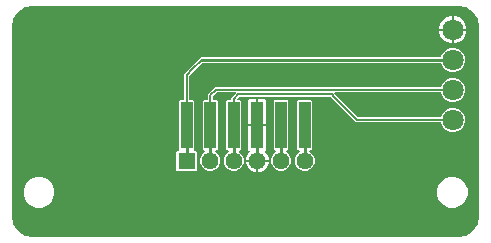
<source format=gbl>
G04 EAGLE Gerber RS-274X export*
G75*
%MOMM*%
%FSLAX34Y34*%
%LPD*%
%INBottom Copper*%
%IPPOS*%
%AMOC8*
5,1,8,0,0,1.08239X$1,22.5*%
G01*
G04 Define Apertures*
%ADD10R,1.440000X1.440000*%
%ADD11C,1.440000*%
%ADD12R,1.000000X4.000000*%
%ADD13C,1.800000*%
%ADD14C,0.254000*%
%ADD15C,0.152400*%
G36*
X180149Y-197985D02*
X180000Y-198000D01*
X-180000Y-198000D01*
X-180149Y-197985D01*
X-186745Y-196673D01*
X-187020Y-196559D01*
X-192612Y-192823D01*
X-192823Y-192612D01*
X-196559Y-187020D01*
X-196673Y-186745D01*
X-197985Y-180149D01*
X-198000Y-180000D01*
X-198000Y-20000D01*
X-197985Y-19851D01*
X-196673Y-13255D01*
X-196559Y-12980D01*
X-192823Y-7388D01*
X-192612Y-7177D01*
X-187020Y-3441D01*
X-186745Y-3327D01*
X-180149Y-2015D01*
X-180000Y-2000D01*
X180000Y-2000D01*
X180149Y-2015D01*
X186745Y-3327D01*
X187020Y-3441D01*
X192612Y-7177D01*
X192823Y-7388D01*
X196559Y-12980D01*
X196673Y-13255D01*
X197985Y-19851D01*
X198000Y-20000D01*
X198000Y-180000D01*
X197985Y-180149D01*
X196673Y-186745D01*
X196559Y-187020D01*
X192823Y-192612D01*
X192612Y-192823D01*
X187020Y-196559D01*
X186745Y-196673D01*
X180149Y-197985D01*
G37*
%LPC*%
G36*
X163960Y-21638D02*
X174738Y-21638D01*
X174738Y-10860D01*
X173205Y-10860D01*
X168963Y-12617D01*
X165717Y-15863D01*
X163960Y-20105D01*
X163960Y-21638D01*
G37*
G36*
X176262Y-21638D02*
X187040Y-21638D01*
X187040Y-20105D01*
X185283Y-15863D01*
X182037Y-12617D01*
X177795Y-10860D01*
X176262Y-10860D01*
X176262Y-21638D01*
G37*
G36*
X176262Y-33940D02*
X177795Y-33940D01*
X182037Y-32183D01*
X185283Y-28937D01*
X187040Y-24695D01*
X187040Y-23162D01*
X176262Y-23162D01*
X176262Y-33940D01*
G37*
G36*
X173205Y-33940D02*
X174738Y-33940D01*
X174738Y-23162D01*
X163960Y-23162D01*
X163960Y-24695D01*
X165717Y-28937D01*
X168963Y-32183D01*
X173205Y-33940D01*
G37*
G36*
X-57726Y-141770D02*
X-42274Y-141770D01*
X-41530Y-141026D01*
X-41530Y-125574D01*
X-42274Y-124830D01*
X-42968Y-124830D01*
X-43243Y-124779D01*
X-43498Y-124615D01*
X-43670Y-124365D01*
X-43730Y-124068D01*
X-43730Y-82774D01*
X-44474Y-82030D01*
X-47206Y-82030D01*
X-47481Y-81979D01*
X-47736Y-81815D01*
X-47908Y-81565D01*
X-47968Y-81268D01*
X-47968Y-62157D01*
X-47912Y-61871D01*
X-47745Y-61619D01*
X-36690Y-50563D01*
X-36448Y-50400D01*
X-36151Y-50340D01*
X164927Y-50340D01*
X165207Y-50393D01*
X165461Y-50559D01*
X165631Y-50810D01*
X166794Y-53618D01*
X169683Y-56506D01*
X173457Y-58070D01*
X177543Y-58070D01*
X181318Y-56506D01*
X184206Y-53618D01*
X185770Y-49843D01*
X185770Y-45757D01*
X184206Y-41983D01*
X181318Y-39094D01*
X177543Y-37530D01*
X173457Y-37530D01*
X169683Y-39094D01*
X166794Y-41983D01*
X165631Y-44790D01*
X165474Y-45028D01*
X165224Y-45200D01*
X164927Y-45260D01*
X-37852Y-45260D01*
X-39340Y-46748D01*
X-39340Y-47151D01*
X-39396Y-47437D01*
X-39563Y-47690D01*
X-52032Y-60158D01*
X-52032Y-81268D01*
X-52083Y-81543D01*
X-52247Y-81798D01*
X-52497Y-81970D01*
X-52794Y-82030D01*
X-55526Y-82030D01*
X-56270Y-82774D01*
X-56270Y-124068D01*
X-56321Y-124343D01*
X-56485Y-124598D01*
X-56735Y-124770D01*
X-57032Y-124830D01*
X-57726Y-124830D01*
X-58470Y-125574D01*
X-58470Y-141026D01*
X-57726Y-141770D01*
G37*
G36*
X-31685Y-141770D02*
X-28315Y-141770D01*
X-25202Y-140481D01*
X-22820Y-138098D01*
X-21530Y-134985D01*
X-21530Y-131615D01*
X-22820Y-128502D01*
X-25202Y-126120D01*
X-25404Y-126036D01*
X-25625Y-125896D01*
X-25804Y-125651D01*
X-25874Y-125356D01*
X-25823Y-125057D01*
X-25659Y-124802D01*
X-25409Y-124630D01*
X-25112Y-124570D01*
X-24474Y-124570D01*
X-23730Y-123826D01*
X-23730Y-82774D01*
X-24474Y-82030D01*
X-27206Y-82030D01*
X-27481Y-81979D01*
X-27736Y-81815D01*
X-27908Y-81565D01*
X-27968Y-81268D01*
X-27968Y-79157D01*
X-27912Y-78871D01*
X-27745Y-78619D01*
X-24582Y-75455D01*
X-24340Y-75292D01*
X-24043Y-75232D01*
X-8945Y-75232D01*
X-8682Y-75279D01*
X-8424Y-75438D01*
X-8249Y-75686D01*
X-8183Y-75982D01*
X-8239Y-76280D01*
X-8407Y-76533D01*
X-12032Y-80158D01*
X-12032Y-81268D01*
X-12083Y-81543D01*
X-12247Y-81798D01*
X-12497Y-81970D01*
X-12794Y-82030D01*
X-15526Y-82030D01*
X-16270Y-82774D01*
X-16270Y-123826D01*
X-15526Y-124570D01*
X-14888Y-124570D01*
X-14630Y-124615D01*
X-14371Y-124772D01*
X-14194Y-125018D01*
X-14126Y-125314D01*
X-14179Y-125612D01*
X-14345Y-125867D01*
X-14596Y-126036D01*
X-14798Y-126120D01*
X-17181Y-128502D01*
X-18470Y-131615D01*
X-18470Y-134985D01*
X-17181Y-138098D01*
X-14798Y-140481D01*
X-11685Y-141770D01*
X-8315Y-141770D01*
X-5202Y-140481D01*
X-2820Y-138098D01*
X-1530Y-134985D01*
X-1530Y-131615D01*
X-2820Y-128502D01*
X-5202Y-126120D01*
X-5404Y-126036D01*
X-5625Y-125896D01*
X-5804Y-125651D01*
X-5874Y-125356D01*
X-5823Y-125057D01*
X-5659Y-124802D01*
X-5409Y-124630D01*
X-5112Y-124570D01*
X-4474Y-124570D01*
X-3730Y-123826D01*
X-3730Y-82774D01*
X-4474Y-82030D01*
X-6317Y-82030D01*
X-6580Y-81983D01*
X-6838Y-81824D01*
X-7014Y-81576D01*
X-7079Y-81280D01*
X-7023Y-80982D01*
X-6856Y-80729D01*
X-5382Y-79255D01*
X-5140Y-79092D01*
X-4843Y-79032D01*
X71843Y-79032D01*
X72129Y-79088D01*
X72382Y-79255D01*
X93758Y-100632D01*
X164716Y-100632D01*
X164997Y-100685D01*
X165251Y-100851D01*
X165420Y-101102D01*
X166794Y-104418D01*
X169683Y-107306D01*
X173457Y-108870D01*
X177543Y-108870D01*
X181318Y-107306D01*
X184206Y-104418D01*
X185770Y-100643D01*
X185770Y-96557D01*
X184206Y-92783D01*
X181318Y-89894D01*
X177543Y-88330D01*
X173457Y-88330D01*
X169683Y-89894D01*
X166794Y-92783D01*
X165420Y-96098D01*
X165264Y-96336D01*
X165014Y-96508D01*
X164716Y-96568D01*
X95757Y-96568D01*
X95471Y-96512D01*
X95219Y-96345D01*
X75407Y-76533D01*
X75254Y-76313D01*
X75184Y-76018D01*
X75235Y-75719D01*
X75398Y-75464D01*
X75648Y-75292D01*
X75945Y-75232D01*
X164716Y-75232D01*
X164997Y-75285D01*
X165251Y-75451D01*
X165420Y-75702D01*
X166794Y-79018D01*
X169683Y-81906D01*
X173457Y-83470D01*
X177543Y-83470D01*
X181318Y-81906D01*
X184206Y-79018D01*
X185770Y-75243D01*
X185770Y-71157D01*
X184206Y-67383D01*
X181318Y-64494D01*
X177543Y-62930D01*
X173457Y-62930D01*
X169683Y-64494D01*
X166794Y-67383D01*
X165420Y-70698D01*
X165264Y-70936D01*
X165014Y-71108D01*
X164716Y-71168D01*
X-26042Y-71168D01*
X-32032Y-77158D01*
X-32032Y-81268D01*
X-32083Y-81543D01*
X-32247Y-81798D01*
X-32497Y-81970D01*
X-32794Y-82030D01*
X-35526Y-82030D01*
X-36270Y-82774D01*
X-36270Y-123826D01*
X-35526Y-124570D01*
X-34888Y-124570D01*
X-34630Y-124615D01*
X-34371Y-124772D01*
X-34194Y-125018D01*
X-34126Y-125314D01*
X-34179Y-125612D01*
X-34345Y-125867D01*
X-34596Y-126036D01*
X-34798Y-126120D01*
X-37181Y-128502D01*
X-38470Y-131615D01*
X-38470Y-134985D01*
X-37181Y-138098D01*
X-34798Y-140481D01*
X-31685Y-141770D01*
G37*
G36*
X2460Y-102538D02*
X9238Y-102538D01*
X9238Y-80760D01*
X3948Y-80760D01*
X2460Y-82248D01*
X2460Y-102538D01*
G37*
G36*
X10762Y-102538D02*
X17540Y-102538D01*
X17540Y-82248D01*
X16052Y-80760D01*
X10762Y-80760D01*
X10762Y-102538D01*
G37*
G36*
X48315Y-141770D02*
X51685Y-141770D01*
X54798Y-140481D01*
X57181Y-138098D01*
X58470Y-134985D01*
X58470Y-131615D01*
X57181Y-128502D01*
X54798Y-126120D01*
X54596Y-126036D01*
X54375Y-125896D01*
X54196Y-125651D01*
X54126Y-125356D01*
X54177Y-125057D01*
X54341Y-124802D01*
X54591Y-124630D01*
X54888Y-124570D01*
X55526Y-124570D01*
X56270Y-123826D01*
X56270Y-82774D01*
X55526Y-82030D01*
X44474Y-82030D01*
X43730Y-82774D01*
X43730Y-123826D01*
X44474Y-124570D01*
X45112Y-124570D01*
X45370Y-124615D01*
X45629Y-124772D01*
X45806Y-125018D01*
X45874Y-125314D01*
X45821Y-125612D01*
X45655Y-125867D01*
X45404Y-126036D01*
X45202Y-126120D01*
X42820Y-128502D01*
X41530Y-131615D01*
X41530Y-134985D01*
X42820Y-138098D01*
X45202Y-140481D01*
X48315Y-141770D01*
G37*
G36*
X28315Y-141770D02*
X31685Y-141770D01*
X34798Y-140481D01*
X37181Y-138098D01*
X38470Y-134985D01*
X38470Y-131615D01*
X37181Y-128502D01*
X34798Y-126120D01*
X34596Y-126036D01*
X34375Y-125896D01*
X34196Y-125651D01*
X34126Y-125356D01*
X34177Y-125057D01*
X34341Y-124802D01*
X34591Y-124630D01*
X34888Y-124570D01*
X35526Y-124570D01*
X36270Y-123826D01*
X36270Y-82774D01*
X35526Y-82030D01*
X24474Y-82030D01*
X23730Y-82774D01*
X23730Y-123826D01*
X24474Y-124570D01*
X25112Y-124570D01*
X25370Y-124615D01*
X25629Y-124772D01*
X25806Y-125018D01*
X25874Y-125314D01*
X25821Y-125612D01*
X25655Y-125867D01*
X25404Y-126036D01*
X25202Y-126120D01*
X22820Y-128502D01*
X21530Y-131615D01*
X21530Y-134985D01*
X22820Y-138098D01*
X25202Y-140481D01*
X28315Y-141770D01*
G37*
G36*
X260Y-132538D02*
X19740Y-132538D01*
X19740Y-131363D01*
X18257Y-127783D01*
X16722Y-126248D01*
X16564Y-126017D01*
X16499Y-125721D01*
X16555Y-125423D01*
X16722Y-125170D01*
X17540Y-124352D01*
X17540Y-104062D01*
X2460Y-104062D01*
X2460Y-124352D01*
X3278Y-125170D01*
X3436Y-125401D01*
X3501Y-125697D01*
X3445Y-125995D01*
X3278Y-126248D01*
X1743Y-127783D01*
X260Y-131363D01*
X260Y-132538D01*
G37*
G36*
X10762Y-143040D02*
X11937Y-143040D01*
X15517Y-141557D01*
X18257Y-138817D01*
X19740Y-135237D01*
X19740Y-134062D01*
X10762Y-134062D01*
X10762Y-143040D01*
G37*
G36*
X8063Y-143040D02*
X9238Y-143040D01*
X9238Y-134062D01*
X260Y-134062D01*
X260Y-135237D01*
X1743Y-138817D01*
X4483Y-141557D01*
X8063Y-143040D01*
G37*
G36*
X172414Y-173000D02*
X177586Y-173000D01*
X182364Y-171021D01*
X186021Y-167364D01*
X188000Y-162586D01*
X188000Y-157414D01*
X186021Y-152636D01*
X182364Y-148979D01*
X177586Y-147000D01*
X172414Y-147000D01*
X167636Y-148979D01*
X163979Y-152636D01*
X162000Y-157414D01*
X162000Y-162586D01*
X163979Y-167364D01*
X167636Y-171021D01*
X172414Y-173000D01*
G37*
G36*
X-177586Y-173000D02*
X-172414Y-173000D01*
X-167636Y-171021D01*
X-163979Y-167364D01*
X-162000Y-162586D01*
X-162000Y-157414D01*
X-163979Y-152636D01*
X-167636Y-148979D01*
X-172414Y-147000D01*
X-177586Y-147000D01*
X-182364Y-148979D01*
X-186021Y-152636D01*
X-188000Y-157414D01*
X-188000Y-162586D01*
X-186021Y-167364D01*
X-182364Y-171021D01*
X-177586Y-173000D01*
G37*
%LPD*%
D10*
X-50000Y-133300D03*
D11*
X-30000Y-133300D03*
X-10000Y-133300D03*
X10000Y-133300D03*
X30000Y-133300D03*
X50000Y-133300D03*
D12*
X-50000Y-103300D03*
X-30000Y-103300D03*
X-10000Y-103300D03*
X10000Y-103300D03*
X30000Y-103300D03*
X50000Y-103300D03*
D13*
X175500Y-22400D03*
X175500Y-47800D03*
X175500Y-73200D03*
X175500Y-98600D03*
D14*
X50000Y-103300D02*
X50000Y-133300D01*
X30000Y-133300D02*
X30000Y-103300D01*
X-36800Y-47800D02*
X175500Y-47800D01*
D15*
X-36800Y-47800D02*
X-45000Y-56000D01*
X-50000Y-61000D01*
X-50000Y-70000D01*
X-50000Y-102000D01*
X-50000Y-103300D01*
D14*
X-50000Y-102000D02*
X-50000Y-133300D01*
X10000Y-133300D02*
X10000Y-103300D01*
D15*
X-25200Y-73200D02*
X175500Y-73200D01*
X-25200Y-73200D02*
X-30000Y-78000D01*
X-30000Y-103300D01*
D14*
X-30000Y-133300D01*
D15*
X94600Y-98600D02*
X175500Y-98600D01*
X94600Y-98600D02*
X75000Y-79000D01*
X73000Y-77000D01*
X6000Y-77000D01*
X-6000Y-77000D01*
X-10000Y-81000D01*
X-10000Y-103300D01*
D14*
X-10000Y-133300D01*
M02*

</source>
